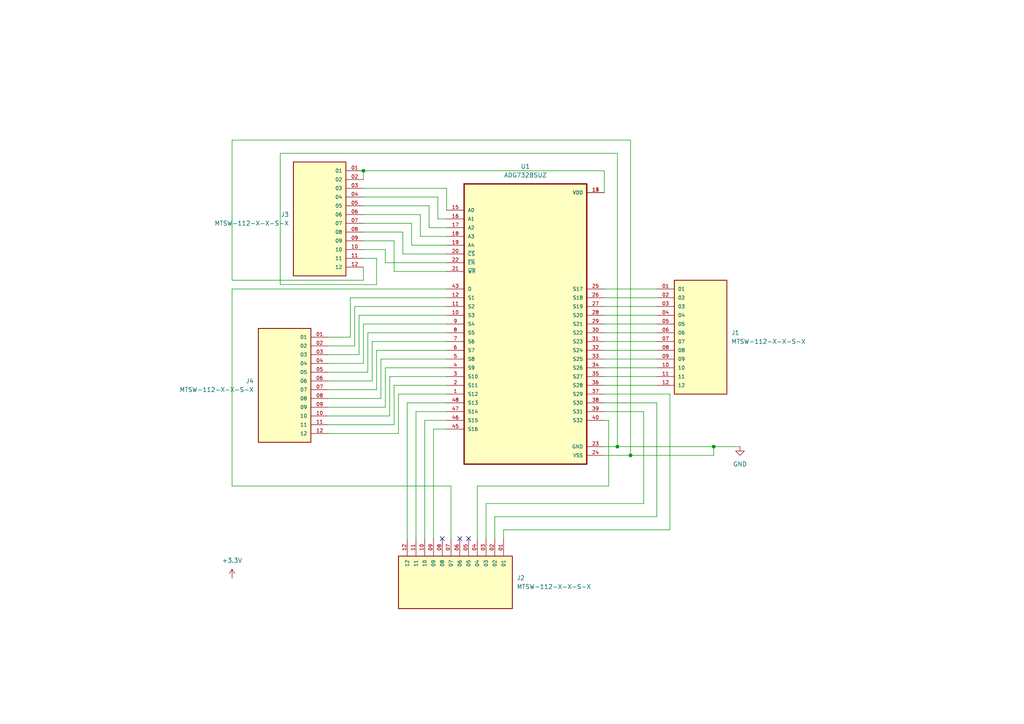
<source format=kicad_sch>
(kicad_sch
	(version 20231120)
	(generator "eeschema")
	(generator_version "8.0")
	(uuid "8252c105-4e65-48cb-b9cf-51444082a8af")
	(paper "A4")
	(lib_symbols
		(symbol "ADG732BSUZ:ADG732BSUZ"
			(pin_names
				(offset 1.016)
			)
			(exclude_from_sim no)
			(in_bom yes)
			(on_board yes)
			(property "Reference" "U"
				(at -17.7896 41.6611 0)
				(effects
					(font
						(size 1.27 1.27)
					)
					(justify left bottom)
				)
			)
			(property "Value" "ADG732BSUZ"
				(at -17.7934 -44.6716 0)
				(effects
					(font
						(size 1.27 1.27)
					)
					(justify left bottom)
				)
			)
			(property "Footprint" "ADG732BSUZ:QFP50P900X900X120-49N"
				(at 0 0 0)
				(effects
					(font
						(size 1.27 1.27)
					)
					(justify bottom)
					(hide yes)
				)
			)
			(property "Datasheet" ""
				(at 0 0 0)
				(effects
					(font
						(size 1.27 1.27)
					)
					(hide yes)
				)
			)
			(property "Description" "Analog Multiplexer Single 32: 1 48-Pin TQFP Tray"
				(at 0 0 0)
				(effects
					(font
						(size 1.27 1.27)
					)
					(justify bottom)
					(hide yes)
				)
			)
			(property "MF" "Analog Devices"
				(at 0 0 0)
				(effects
					(font
						(size 1.27 1.27)
					)
					(justify bottom)
					(hide yes)
				)
			)
			(property "PACKAGE" "TQFP-48 Analog Devices"
				(at 0 0 0)
				(effects
					(font
						(size 1.27 1.27)
					)
					(justify bottom)
					(hide yes)
				)
			)
			(property "PRICE" "None"
				(at 0 0 0)
				(effects
					(font
						(size 1.27 1.27)
					)
					(justify bottom)
					(hide yes)
				)
			)
			(property "Package" "TQFP -48 Analog Devices"
				(at 0 0 0)
				(effects
					(font
						(size 1.27 1.27)
					)
					(justify bottom)
					(hide yes)
				)
			)
			(property "Check_prices" "https://www.snapeda.com/parts/ADG732BSUZ/Analog+Devices/view-part/?ref=eda"
				(at 0 0 0)
				(effects
					(font
						(size 1.27 1.27)
					)
					(justify bottom)
					(hide yes)
				)
			)
			(property "STANDARD" "IPC7351B"
				(at 0 0 0)
				(effects
					(font
						(size 1.27 1.27)
					)
					(justify bottom)
					(hide yes)
				)
			)
			(property "SnapEDA_Link" "https://www.snapeda.com/parts/ADG732BSUZ/Analog+Devices/view-part/?ref=snap"
				(at 0 0 0)
				(effects
					(font
						(size 1.27 1.27)
					)
					(justify bottom)
					(hide yes)
				)
			)
			(property "MP" "ADG732BSUZ"
				(at 0 0 0)
				(effects
					(font
						(size 1.27 1.27)
					)
					(justify bottom)
					(hide yes)
				)
			)
			(property "Availability" "In Stock"
				(at 0 0 0)
				(effects
					(font
						(size 1.27 1.27)
					)
					(justify bottom)
					(hide yes)
				)
			)
			(property "Price" "None"
				(at 0 0 0)
				(effects
					(font
						(size 1.27 1.27)
					)
					(justify bottom)
					(hide yes)
				)
			)
			(property "Description_1" "\n                        \n                            32-Channel, 4 Ω 1.8 V to 5.5 V, ±2.5 V, Analog Multiplexer\n                        \n"
				(at 0 0 0)
				(effects
					(font
						(size 1.27 1.27)
					)
					(justify bottom)
					(hide yes)
				)
			)
			(symbol "ADG732BSUZ_0_0"
				(rectangle
					(start -17.78 -40.64)
					(end 17.78 40.64)
					(stroke
						(width 0.41)
						(type default)
					)
					(fill
						(type background)
					)
				)
				(pin bidirectional line
					(at -22.86 -20.32 0)
					(length 5.08)
					(name "S12"
						(effects
							(font
								(size 1.016 1.016)
							)
						)
					)
					(number "1"
						(effects
							(font
								(size 1.016 1.016)
							)
						)
					)
				)
				(pin bidirectional line
					(at -22.86 2.54 0)
					(length 5.08)
					(name "S3"
						(effects
							(font
								(size 1.016 1.016)
							)
						)
					)
					(number "10"
						(effects
							(font
								(size 1.016 1.016)
							)
						)
					)
				)
				(pin bidirectional line
					(at -22.86 5.08 0)
					(length 5.08)
					(name "S2"
						(effects
							(font
								(size 1.016 1.016)
							)
						)
					)
					(number "11"
						(effects
							(font
								(size 1.016 1.016)
							)
						)
					)
				)
				(pin bidirectional line
					(at -22.86 7.62 0)
					(length 5.08)
					(name "S1"
						(effects
							(font
								(size 1.016 1.016)
							)
						)
					)
					(number "12"
						(effects
							(font
								(size 1.016 1.016)
							)
						)
					)
				)
				(pin power_in line
					(at 22.86 38.1 180)
					(length 5.08)
					(name "VDD"
						(effects
							(font
								(size 1.016 1.016)
							)
						)
					)
					(number "13"
						(effects
							(font
								(size 1.016 1.016)
							)
						)
					)
				)
				(pin power_in line
					(at 22.86 38.1 180)
					(length 5.08)
					(name "VDD"
						(effects
							(font
								(size 1.016 1.016)
							)
						)
					)
					(number "14"
						(effects
							(font
								(size 1.016 1.016)
							)
						)
					)
				)
				(pin input line
					(at -22.86 33.02 0)
					(length 5.08)
					(name "A0"
						(effects
							(font
								(size 1.016 1.016)
							)
						)
					)
					(number "15"
						(effects
							(font
								(size 1.016 1.016)
							)
						)
					)
				)
				(pin input line
					(at -22.86 30.48 0)
					(length 5.08)
					(name "A1"
						(effects
							(font
								(size 1.016 1.016)
							)
						)
					)
					(number "16"
						(effects
							(font
								(size 1.016 1.016)
							)
						)
					)
				)
				(pin input line
					(at -22.86 27.94 0)
					(length 5.08)
					(name "A2"
						(effects
							(font
								(size 1.016 1.016)
							)
						)
					)
					(number "17"
						(effects
							(font
								(size 1.016 1.016)
							)
						)
					)
				)
				(pin input line
					(at -22.86 25.4 0)
					(length 5.08)
					(name "A3"
						(effects
							(font
								(size 1.016 1.016)
							)
						)
					)
					(number "18"
						(effects
							(font
								(size 1.016 1.016)
							)
						)
					)
				)
				(pin input line
					(at -22.86 22.86 0)
					(length 5.08)
					(name "A4"
						(effects
							(font
								(size 1.016 1.016)
							)
						)
					)
					(number "19"
						(effects
							(font
								(size 1.016 1.016)
							)
						)
					)
				)
				(pin bidirectional line
					(at -22.86 -17.78 0)
					(length 5.08)
					(name "S11"
						(effects
							(font
								(size 1.016 1.016)
							)
						)
					)
					(number "2"
						(effects
							(font
								(size 1.016 1.016)
							)
						)
					)
				)
				(pin input line
					(at -22.86 20.32 0)
					(length 5.08)
					(name "~{CS}"
						(effects
							(font
								(size 1.016 1.016)
							)
						)
					)
					(number "20"
						(effects
							(font
								(size 1.016 1.016)
							)
						)
					)
				)
				(pin input line
					(at -22.86 15.24 0)
					(length 5.08)
					(name "~{WR}"
						(effects
							(font
								(size 1.016 1.016)
							)
						)
					)
					(number "21"
						(effects
							(font
								(size 1.016 1.016)
							)
						)
					)
				)
				(pin input line
					(at -22.86 17.78 0)
					(length 5.08)
					(name "~{EN}"
						(effects
							(font
								(size 1.016 1.016)
							)
						)
					)
					(number "22"
						(effects
							(font
								(size 1.016 1.016)
							)
						)
					)
				)
				(pin power_in line
					(at 22.86 -35.56 180)
					(length 5.08)
					(name "GND"
						(effects
							(font
								(size 1.016 1.016)
							)
						)
					)
					(number "23"
						(effects
							(font
								(size 1.016 1.016)
							)
						)
					)
				)
				(pin power_in line
					(at 22.86 -38.1 180)
					(length 5.08)
					(name "VSS"
						(effects
							(font
								(size 1.016 1.016)
							)
						)
					)
					(number "24"
						(effects
							(font
								(size 1.016 1.016)
							)
						)
					)
				)
				(pin bidirectional line
					(at 22.86 10.16 180)
					(length 5.08)
					(name "S17"
						(effects
							(font
								(size 1.016 1.016)
							)
						)
					)
					(number "25"
						(effects
							(font
								(size 1.016 1.016)
							)
						)
					)
				)
				(pin bidirectional line
					(at 22.86 7.62 180)
					(length 5.08)
					(name "S18"
						(effects
							(font
								(size 1.016 1.016)
							)
						)
					)
					(number "26"
						(effects
							(font
								(size 1.016 1.016)
							)
						)
					)
				)
				(pin bidirectional line
					(at 22.86 5.08 180)
					(length 5.08)
					(name "S19"
						(effects
							(font
								(size 1.016 1.016)
							)
						)
					)
					(number "27"
						(effects
							(font
								(size 1.016 1.016)
							)
						)
					)
				)
				(pin bidirectional line
					(at 22.86 2.54 180)
					(length 5.08)
					(name "S20"
						(effects
							(font
								(size 1.016 1.016)
							)
						)
					)
					(number "28"
						(effects
							(font
								(size 1.016 1.016)
							)
						)
					)
				)
				(pin bidirectional line
					(at 22.86 0 180)
					(length 5.08)
					(name "S21"
						(effects
							(font
								(size 1.016 1.016)
							)
						)
					)
					(number "29"
						(effects
							(font
								(size 1.016 1.016)
							)
						)
					)
				)
				(pin bidirectional line
					(at -22.86 -15.24 0)
					(length 5.08)
					(name "S10"
						(effects
							(font
								(size 1.016 1.016)
							)
						)
					)
					(number "3"
						(effects
							(font
								(size 1.016 1.016)
							)
						)
					)
				)
				(pin bidirectional line
					(at 22.86 -2.54 180)
					(length 5.08)
					(name "S22"
						(effects
							(font
								(size 1.016 1.016)
							)
						)
					)
					(number "30"
						(effects
							(font
								(size 1.016 1.016)
							)
						)
					)
				)
				(pin bidirectional line
					(at 22.86 -5.08 180)
					(length 5.08)
					(name "S23"
						(effects
							(font
								(size 1.016 1.016)
							)
						)
					)
					(number "31"
						(effects
							(font
								(size 1.016 1.016)
							)
						)
					)
				)
				(pin bidirectional line
					(at 22.86 -7.62 180)
					(length 5.08)
					(name "S24"
						(effects
							(font
								(size 1.016 1.016)
							)
						)
					)
					(number "32"
						(effects
							(font
								(size 1.016 1.016)
							)
						)
					)
				)
				(pin bidirectional line
					(at 22.86 -10.16 180)
					(length 5.08)
					(name "S25"
						(effects
							(font
								(size 1.016 1.016)
							)
						)
					)
					(number "33"
						(effects
							(font
								(size 1.016 1.016)
							)
						)
					)
				)
				(pin bidirectional line
					(at 22.86 -12.7 180)
					(length 5.08)
					(name "S26"
						(effects
							(font
								(size 1.016 1.016)
							)
						)
					)
					(number "34"
						(effects
							(font
								(size 1.016 1.016)
							)
						)
					)
				)
				(pin bidirectional line
					(at 22.86 -15.24 180)
					(length 5.08)
					(name "S27"
						(effects
							(font
								(size 1.016 1.016)
							)
						)
					)
					(number "35"
						(effects
							(font
								(size 1.016 1.016)
							)
						)
					)
				)
				(pin bidirectional line
					(at 22.86 -17.78 180)
					(length 5.08)
					(name "S28"
						(effects
							(font
								(size 1.016 1.016)
							)
						)
					)
					(number "36"
						(effects
							(font
								(size 1.016 1.016)
							)
						)
					)
				)
				(pin bidirectional line
					(at 22.86 -20.32 180)
					(length 5.08)
					(name "S29"
						(effects
							(font
								(size 1.016 1.016)
							)
						)
					)
					(number "37"
						(effects
							(font
								(size 1.016 1.016)
							)
						)
					)
				)
				(pin bidirectional line
					(at 22.86 -22.86 180)
					(length 5.08)
					(name "S30"
						(effects
							(font
								(size 1.016 1.016)
							)
						)
					)
					(number "38"
						(effects
							(font
								(size 1.016 1.016)
							)
						)
					)
				)
				(pin bidirectional line
					(at 22.86 -25.4 180)
					(length 5.08)
					(name "S31"
						(effects
							(font
								(size 1.016 1.016)
							)
						)
					)
					(number "39"
						(effects
							(font
								(size 1.016 1.016)
							)
						)
					)
				)
				(pin bidirectional line
					(at -22.86 -12.7 0)
					(length 5.08)
					(name "S9"
						(effects
							(font
								(size 1.016 1.016)
							)
						)
					)
					(number "4"
						(effects
							(font
								(size 1.016 1.016)
							)
						)
					)
				)
				(pin bidirectional line
					(at 22.86 -27.94 180)
					(length 5.08)
					(name "S32"
						(effects
							(font
								(size 1.016 1.016)
							)
						)
					)
					(number "40"
						(effects
							(font
								(size 1.016 1.016)
							)
						)
					)
				)
				(pin bidirectional line
					(at -22.86 10.16 0)
					(length 5.08)
					(name "D"
						(effects
							(font
								(size 1.016 1.016)
							)
						)
					)
					(number "43"
						(effects
							(font
								(size 1.016 1.016)
							)
						)
					)
				)
				(pin bidirectional line
					(at -22.86 -30.48 0)
					(length 5.08)
					(name "S16"
						(effects
							(font
								(size 1.016 1.016)
							)
						)
					)
					(number "45"
						(effects
							(font
								(size 1.016 1.016)
							)
						)
					)
				)
				(pin bidirectional line
					(at -22.86 -27.94 0)
					(length 5.08)
					(name "S15"
						(effects
							(font
								(size 1.016 1.016)
							)
						)
					)
					(number "46"
						(effects
							(font
								(size 1.016 1.016)
							)
						)
					)
				)
				(pin bidirectional line
					(at -22.86 -25.4 0)
					(length 5.08)
					(name "S14"
						(effects
							(font
								(size 1.016 1.016)
							)
						)
					)
					(number "47"
						(effects
							(font
								(size 1.016 1.016)
							)
						)
					)
				)
				(pin bidirectional line
					(at -22.86 -22.86 0)
					(length 5.08)
					(name "S13"
						(effects
							(font
								(size 1.016 1.016)
							)
						)
					)
					(number "48"
						(effects
							(font
								(size 1.016 1.016)
							)
						)
					)
				)
				(pin bidirectional line
					(at -22.86 -10.16 0)
					(length 5.08)
					(name "S8"
						(effects
							(font
								(size 1.016 1.016)
							)
						)
					)
					(number "5"
						(effects
							(font
								(size 1.016 1.016)
							)
						)
					)
				)
				(pin bidirectional line
					(at -22.86 -7.62 0)
					(length 5.08)
					(name "S7"
						(effects
							(font
								(size 1.016 1.016)
							)
						)
					)
					(number "6"
						(effects
							(font
								(size 1.016 1.016)
							)
						)
					)
				)
				(pin bidirectional line
					(at -22.86 -5.08 0)
					(length 5.08)
					(name "S6"
						(effects
							(font
								(size 1.016 1.016)
							)
						)
					)
					(number "7"
						(effects
							(font
								(size 1.016 1.016)
							)
						)
					)
				)
				(pin bidirectional line
					(at -22.86 -2.54 0)
					(length 5.08)
					(name "S5"
						(effects
							(font
								(size 1.016 1.016)
							)
						)
					)
					(number "8"
						(effects
							(font
								(size 1.016 1.016)
							)
						)
					)
				)
				(pin bidirectional line
					(at -22.86 0 0)
					(length 5.08)
					(name "S4"
						(effects
							(font
								(size 1.016 1.016)
							)
						)
					)
					(number "9"
						(effects
							(font
								(size 1.016 1.016)
							)
						)
					)
				)
			)
		)
		(symbol "MTSW-112-X-X-S-X:MTSW-112-X-X-S-X"
			(pin_names
				(offset 1.016)
			)
			(exclude_from_sim no)
			(in_bom yes)
			(on_board yes)
			(property "Reference" "J"
				(at -8.12 17.78 0)
				(effects
					(font
						(size 1.27 1.27)
					)
					(justify left bottom)
				)
			)
			(property "Value" "MTSW-112-X-X-S-X"
				(at -7.62 -17.78 0)
				(effects
					(font
						(size 1.27 1.27)
					)
					(justify left bottom)
				)
			)
			(property "Footprint" "MTSW-112-X-X-S-X:SAMTEC_MTSW-112-X-X-S-X"
				(at 0 0 0)
				(effects
					(font
						(size 1.27 1.27)
					)
					(justify bottom)
					(hide yes)
				)
			)
			(property "Datasheet" ""
				(at 0 0 0)
				(effects
					(font
						(size 1.27 1.27)
					)
					(hide yes)
				)
			)
			(property "Description" ""
				(at 0 0 0)
				(effects
					(font
						(size 1.27 1.27)
					)
					(hide yes)
				)
			)
			(property "MF" "Samtec"
				(at 0 0 0)
				(effects
					(font
						(size 1.27 1.27)
					)
					(justify bottom)
					(hide yes)
				)
			)
			(property "Description_1" "\n                        \n                            CONN HEADER VERT 12POS 2.54MM\n                        \n"
				(at 0 0 0)
				(effects
					(font
						(size 1.27 1.27)
					)
					(justify bottom)
					(hide yes)
				)
			)
			(property "Package" "None"
				(at 0 0 0)
				(effects
					(font
						(size 1.27 1.27)
					)
					(justify bottom)
					(hide yes)
				)
			)
			(property "Price" "None"
				(at 0 0 0)
				(effects
					(font
						(size 1.27 1.27)
					)
					(justify bottom)
					(hide yes)
				)
			)
			(property "Check_prices" "https://www.snapeda.com/parts/MTSW-112-22-S-S-405/Samtec/view-part/?ref=eda"
				(at 0 0 0)
				(effects
					(font
						(size 1.27 1.27)
					)
					(justify bottom)
					(hide yes)
				)
			)
			(property "STANDARD" "Manufacturer Recommendations"
				(at 0 0 0)
				(effects
					(font
						(size 1.27 1.27)
					)
					(justify bottom)
					(hide yes)
				)
			)
			(property "PARTREV" "A"
				(at 0 0 0)
				(effects
					(font
						(size 1.27 1.27)
					)
					(justify bottom)
					(hide yes)
				)
			)
			(property "SnapEDA_Link" "https://www.snapeda.com/parts/MTSW-112-22-S-S-405/Samtec/view-part/?ref=snap"
				(at 0 0 0)
				(effects
					(font
						(size 1.27 1.27)
					)
					(justify bottom)
					(hide yes)
				)
			)
			(property "MP" "MTSW-112-22-S-S-405"
				(at 0 0 0)
				(effects
					(font
						(size 1.27 1.27)
					)
					(justify bottom)
					(hide yes)
				)
			)
			(property "Availability" "In Stock"
				(at 0 0 0)
				(effects
					(font
						(size 1.27 1.27)
					)
					(justify bottom)
					(hide yes)
				)
			)
			(property "MANUFACTURER" "Samtec"
				(at 0 0 0)
				(effects
					(font
						(size 1.27 1.27)
					)
					(justify bottom)
					(hide yes)
				)
			)
			(symbol "MTSW-112-X-X-S-X_0_0"
				(rectangle
					(start -7.62 -15.24)
					(end 7.62 17.78)
					(stroke
						(width 0.254)
						(type default)
					)
					(fill
						(type background)
					)
				)
				(pin passive line
					(at -12.7 15.24 0)
					(length 5.08)
					(name "01"
						(effects
							(font
								(size 1.016 1.016)
							)
						)
					)
					(number "01"
						(effects
							(font
								(size 1.016 1.016)
							)
						)
					)
				)
				(pin passive line
					(at -12.7 12.7 0)
					(length 5.08)
					(name "02"
						(effects
							(font
								(size 1.016 1.016)
							)
						)
					)
					(number "02"
						(effects
							(font
								(size 1.016 1.016)
							)
						)
					)
				)
				(pin passive line
					(at -12.7 10.16 0)
					(length 5.08)
					(name "03"
						(effects
							(font
								(size 1.016 1.016)
							)
						)
					)
					(number "03"
						(effects
							(font
								(size 1.016 1.016)
							)
						)
					)
				)
				(pin passive line
					(at -12.7 7.62 0)
					(length 5.08)
					(name "04"
						(effects
							(font
								(size 1.016 1.016)
							)
						)
					)
					(number "04"
						(effects
							(font
								(size 1.016 1.016)
							)
						)
					)
				)
				(pin passive line
					(at -12.7 5.08 0)
					(length 5.08)
					(name "05"
						(effects
							(font
								(size 1.016 1.016)
							)
						)
					)
					(number "05"
						(effects
							(font
								(size 1.016 1.016)
							)
						)
					)
				)
				(pin passive line
					(at -12.7 2.54 0)
					(length 5.08)
					(name "06"
						(effects
							(font
								(size 1.016 1.016)
							)
						)
					)
					(number "06"
						(effects
							(font
								(size 1.016 1.016)
							)
						)
					)
				)
				(pin passive line
					(at -12.7 0 0)
					(length 5.08)
					(name "07"
						(effects
							(font
								(size 1.016 1.016)
							)
						)
					)
					(number "07"
						(effects
							(font
								(size 1.016 1.016)
							)
						)
					)
				)
				(pin passive line
					(at -12.7 -2.54 0)
					(length 5.08)
					(name "08"
						(effects
							(font
								(size 1.016 1.016)
							)
						)
					)
					(number "08"
						(effects
							(font
								(size 1.016 1.016)
							)
						)
					)
				)
				(pin passive line
					(at -12.7 -5.08 0)
					(length 5.08)
					(name "09"
						(effects
							(font
								(size 1.016 1.016)
							)
						)
					)
					(number "09"
						(effects
							(font
								(size 1.016 1.016)
							)
						)
					)
				)
				(pin passive line
					(at -12.7 -7.62 0)
					(length 5.08)
					(name "10"
						(effects
							(font
								(size 1.016 1.016)
							)
						)
					)
					(number "10"
						(effects
							(font
								(size 1.016 1.016)
							)
						)
					)
				)
				(pin passive line
					(at -12.7 -10.16 0)
					(length 5.08)
					(name "11"
						(effects
							(font
								(size 1.016 1.016)
							)
						)
					)
					(number "11"
						(effects
							(font
								(size 1.016 1.016)
							)
						)
					)
				)
				(pin passive line
					(at -12.7 -12.7 0)
					(length 5.08)
					(name "12"
						(effects
							(font
								(size 1.016 1.016)
							)
						)
					)
					(number "12"
						(effects
							(font
								(size 1.016 1.016)
							)
						)
					)
				)
			)
		)
		(symbol "power:+3.3V"
			(power)
			(pin_numbers hide)
			(pin_names
				(offset 0) hide)
			(exclude_from_sim no)
			(in_bom yes)
			(on_board yes)
			(property "Reference" "#PWR"
				(at 0 -3.81 0)
				(effects
					(font
						(size 1.27 1.27)
					)
					(hide yes)
				)
			)
			(property "Value" "+3.3V"
				(at 0 3.556 0)
				(effects
					(font
						(size 1.27 1.27)
					)
				)
			)
			(property "Footprint" ""
				(at 0 0 0)
				(effects
					(font
						(size 1.27 1.27)
					)
					(hide yes)
				)
			)
			(property "Datasheet" ""
				(at 0 0 0)
				(effects
					(font
						(size 1.27 1.27)
					)
					(hide yes)
				)
			)
			(property "Description" "Power symbol creates a global label with name \"+3.3V\""
				(at 0 0 0)
				(effects
					(font
						(size 1.27 1.27)
					)
					(hide yes)
				)
			)
			(property "ki_keywords" "global power"
				(at 0 0 0)
				(effects
					(font
						(size 1.27 1.27)
					)
					(hide yes)
				)
			)
			(symbol "+3.3V_0_1"
				(polyline
					(pts
						(xy -0.762 1.27) (xy 0 2.54)
					)
					(stroke
						(width 0)
						(type default)
					)
					(fill
						(type none)
					)
				)
				(polyline
					(pts
						(xy 0 0) (xy 0 2.54)
					)
					(stroke
						(width 0)
						(type default)
					)
					(fill
						(type none)
					)
				)
				(polyline
					(pts
						(xy 0 2.54) (xy 0.762 1.27)
					)
					(stroke
						(width 0)
						(type default)
					)
					(fill
						(type none)
					)
				)
			)
			(symbol "+3.3V_1_1"
				(pin power_in line
					(at 0 0 90)
					(length 0)
					(name "~"
						(effects
							(font
								(size 1.27 1.27)
							)
						)
					)
					(number "1"
						(effects
							(font
								(size 1.27 1.27)
							)
						)
					)
				)
			)
		)
		(symbol "power:GND"
			(power)
			(pin_numbers hide)
			(pin_names
				(offset 0) hide)
			(exclude_from_sim no)
			(in_bom yes)
			(on_board yes)
			(property "Reference" "#PWR"
				(at 0 -6.35 0)
				(effects
					(font
						(size 1.27 1.27)
					)
					(hide yes)
				)
			)
			(property "Value" "GND"
				(at 0 -3.81 0)
				(effects
					(font
						(size 1.27 1.27)
					)
				)
			)
			(property "Footprint" ""
				(at 0 0 0)
				(effects
					(font
						(size 1.27 1.27)
					)
					(hide yes)
				)
			)
			(property "Datasheet" ""
				(at 0 0 0)
				(effects
					(font
						(size 1.27 1.27)
					)
					(hide yes)
				)
			)
			(property "Description" "Power symbol creates a global label with name \"GND\" , ground"
				(at 0 0 0)
				(effects
					(font
						(size 1.27 1.27)
					)
					(hide yes)
				)
			)
			(property "ki_keywords" "global power"
				(at 0 0 0)
				(effects
					(font
						(size 1.27 1.27)
					)
					(hide yes)
				)
			)
			(symbol "GND_0_1"
				(polyline
					(pts
						(xy 0 0) (xy 0 -1.27) (xy 1.27 -1.27) (xy 0 -2.54) (xy -1.27 -1.27) (xy 0 -1.27)
					)
					(stroke
						(width 0)
						(type default)
					)
					(fill
						(type none)
					)
				)
			)
			(symbol "GND_1_1"
				(pin power_in line
					(at 0 0 270)
					(length 0)
					(name "~"
						(effects
							(font
								(size 1.27 1.27)
							)
						)
					)
					(number "1"
						(effects
							(font
								(size 1.27 1.27)
							)
						)
					)
				)
			)
		)
	)
	(junction
		(at 105.41 49.53)
		(diameter 0)
		(color 0 0 0 0)
		(uuid "031eae18-9c47-409d-9ca4-4dd907a519fc")
	)
	(junction
		(at 207.01 129.54)
		(diameter 0)
		(color 0 0 0 0)
		(uuid "1c1892db-b1bd-4f4d-9e0f-946936386107")
	)
	(junction
		(at 179.07 129.54)
		(diameter 0)
		(color 0 0 0 0)
		(uuid "925ce7ed-9617-4c98-993a-2a31b0d344e7")
	)
	(junction
		(at 182.88 132.08)
		(diameter 0)
		(color 0 0 0 0)
		(uuid "dc423515-c95d-48ce-8c42-77fe8488b51a")
	)
	(no_connect
		(at 128.27 156.21)
		(uuid "0f3129b4-d7dd-4f41-893e-3b7a3ba948bf")
	)
	(no_connect
		(at 133.35 156.21)
		(uuid "1ab12081-4df0-45a8-a656-69d9311de235")
	)
	(no_connect
		(at 135.89 156.21)
		(uuid "2900d18e-d8be-45ff-9228-8c8158958ec9")
	)
	(wire
		(pts
			(xy 175.26 91.44) (xy 190.5 91.44)
		)
		(stroke
			(width 0)
			(type default)
		)
		(uuid "012b9763-1e4b-4acb-8dd2-1f737ff7bad1")
	)
	(wire
		(pts
			(xy 182.88 132.08) (xy 207.01 132.08)
		)
		(stroke
			(width 0)
			(type default)
		)
		(uuid "01bf585a-65fd-4215-8227-d7a8d71e4914")
	)
	(wire
		(pts
			(xy 129.54 96.52) (xy 106.68 96.52)
		)
		(stroke
			(width 0)
			(type default)
		)
		(uuid "03254940-d0b1-438d-ac97-998c712d48b5")
	)
	(wire
		(pts
			(xy 175.26 83.82) (xy 190.5 83.82)
		)
		(stroke
			(width 0)
			(type default)
		)
		(uuid "04251ce8-5384-4f1f-b366-82398568f766")
	)
	(wire
		(pts
			(xy 102.87 100.33) (xy 95.25 100.33)
		)
		(stroke
			(width 0)
			(type default)
		)
		(uuid "05aa8c1c-4dba-45e4-b99e-69e559755fe1")
	)
	(wire
		(pts
			(xy 67.31 40.64) (xy 67.31 81.28)
		)
		(stroke
			(width 0)
			(type default)
		)
		(uuid "0c7ad28d-f920-49f8-8676-9ea36e1cffa7")
	)
	(wire
		(pts
			(xy 119.38 64.77) (xy 105.41 64.77)
		)
		(stroke
			(width 0)
			(type default)
		)
		(uuid "1206025e-6bbf-4ded-b156-191e79abb632")
	)
	(wire
		(pts
			(xy 138.43 140.97) (xy 176.53 140.97)
		)
		(stroke
			(width 0)
			(type default)
		)
		(uuid "1396df1a-cafd-4aa3-bac3-ebeff626e236")
	)
	(wire
		(pts
			(xy 175.26 49.53) (xy 105.41 49.53)
		)
		(stroke
			(width 0)
			(type default)
		)
		(uuid "15b9a370-a060-40e1-a354-70d8aec11732")
	)
	(wire
		(pts
			(xy 143.51 149.86) (xy 143.51 156.21)
		)
		(stroke
			(width 0)
			(type default)
		)
		(uuid "1bba89f0-efe7-47b5-aebd-d51f874e615b")
	)
	(wire
		(pts
			(xy 129.54 91.44) (xy 104.14 91.44)
		)
		(stroke
			(width 0)
			(type default)
		)
		(uuid "1bdc5115-7120-4c8a-812b-0e9d9c8933ba")
	)
	(wire
		(pts
			(xy 110.49 104.14) (xy 110.49 115.57)
		)
		(stroke
			(width 0)
			(type default)
		)
		(uuid "1e2b8e58-a89f-4410-a25a-63e1366d04cb")
	)
	(wire
		(pts
			(xy 194.31 114.3) (xy 194.31 153.67)
		)
		(stroke
			(width 0)
			(type default)
		)
		(uuid "222e06c0-b84d-4a29-a344-3c4f6d712fc4")
	)
	(wire
		(pts
			(xy 101.6 97.79) (xy 95.25 97.79)
		)
		(stroke
			(width 0)
			(type default)
		)
		(uuid "236a6c3d-777c-4ae4-8ed4-e1925ac5732e")
	)
	(wire
		(pts
			(xy 113.03 120.65) (xy 95.25 120.65)
		)
		(stroke
			(width 0)
			(type default)
		)
		(uuid "254a52cc-575d-491b-9f30-e352cb045ace")
	)
	(wire
		(pts
			(xy 175.26 96.52) (xy 190.5 96.52)
		)
		(stroke
			(width 0)
			(type default)
		)
		(uuid "25b6826b-0826-4751-802f-df1c0ae7899b")
	)
	(wire
		(pts
			(xy 194.31 153.67) (xy 146.05 153.67)
		)
		(stroke
			(width 0)
			(type default)
		)
		(uuid "261c5927-0bee-4214-aa71-0c7f3b8b9a61")
	)
	(wire
		(pts
			(xy 125.73 124.46) (xy 125.73 156.21)
		)
		(stroke
			(width 0)
			(type default)
		)
		(uuid "2735feeb-04c5-4ca2-af51-a03af3cea796")
	)
	(wire
		(pts
			(xy 182.88 40.64) (xy 67.31 40.64)
		)
		(stroke
			(width 0)
			(type default)
		)
		(uuid "2bfc5712-1875-4ab2-adf3-f78817b123a3")
	)
	(wire
		(pts
			(xy 179.07 129.54) (xy 175.26 129.54)
		)
		(stroke
			(width 0)
			(type default)
		)
		(uuid "342f5a14-aa45-423e-8737-4874a05a6895")
	)
	(wire
		(pts
			(xy 175.26 106.68) (xy 190.5 106.68)
		)
		(stroke
			(width 0)
			(type default)
		)
		(uuid "35f4adba-b190-441e-a8ec-431845422aae")
	)
	(wire
		(pts
			(xy 115.57 125.73) (xy 95.25 125.73)
		)
		(stroke
			(width 0)
			(type default)
		)
		(uuid "390dc3bf-f048-465e-a515-b03c61fe8d48")
	)
	(wire
		(pts
			(xy 175.26 114.3) (xy 194.31 114.3)
		)
		(stroke
			(width 0)
			(type default)
		)
		(uuid "3b7187fc-8a17-42ac-8f25-b708357e4bb8")
	)
	(wire
		(pts
			(xy 129.54 104.14) (xy 110.49 104.14)
		)
		(stroke
			(width 0)
			(type default)
		)
		(uuid "3be0686e-7ba3-4355-96fe-cef2e21fe1a1")
	)
	(wire
		(pts
			(xy 105.41 77.47) (xy 105.41 81.28)
		)
		(stroke
			(width 0)
			(type default)
		)
		(uuid "3c707081-8eca-4e43-896e-06cc8bcc86d4")
	)
	(wire
		(pts
			(xy 129.54 76.2) (xy 111.76 76.2)
		)
		(stroke
			(width 0)
			(type default)
		)
		(uuid "3da0fca0-3a6a-4edc-a2cc-d4e56a2f5226")
	)
	(wire
		(pts
			(xy 129.54 93.98) (xy 105.41 93.98)
		)
		(stroke
			(width 0)
			(type default)
		)
		(uuid "42df580d-76fe-4189-8623-5c57c156515a")
	)
	(wire
		(pts
			(xy 175.26 101.6) (xy 190.5 101.6)
		)
		(stroke
			(width 0)
			(type default)
		)
		(uuid "43a6e7b6-4518-4544-9e7f-23322004fb0d")
	)
	(wire
		(pts
			(xy 67.31 140.97) (xy 130.81 140.97)
		)
		(stroke
			(width 0)
			(type default)
		)
		(uuid "46d2cbc2-9417-4e10-8a00-19dd50a052a7")
	)
	(wire
		(pts
			(xy 119.38 71.12) (xy 119.38 64.77)
		)
		(stroke
			(width 0)
			(type default)
		)
		(uuid "486df1c9-2f87-48cb-bc61-72ec56e3c0dc")
	)
	(wire
		(pts
			(xy 121.92 68.58) (xy 121.92 62.23)
		)
		(stroke
			(width 0)
			(type default)
		)
		(uuid "4959d148-44a4-4221-b16d-2da72e8bec38")
	)
	(wire
		(pts
			(xy 190.5 116.84) (xy 190.5 149.86)
		)
		(stroke
			(width 0)
			(type default)
		)
		(uuid "4cf09fa7-42a3-4846-a8f7-ccaa01d15de8")
	)
	(wire
		(pts
			(xy 114.3 78.74) (xy 114.3 69.85)
		)
		(stroke
			(width 0)
			(type default)
		)
		(uuid "4f24b482-6fa8-4031-8d10-27bb7a363e1f")
	)
	(wire
		(pts
			(xy 111.76 76.2) (xy 111.76 72.39)
		)
		(stroke
			(width 0)
			(type default)
		)
		(uuid "4ff654c6-bcb1-461b-87e0-998881b9fb2c")
	)
	(wire
		(pts
			(xy 207.01 129.54) (xy 214.63 129.54)
		)
		(stroke
			(width 0)
			(type default)
		)
		(uuid "50210bfb-fe55-47cc-ac22-74ad7faff06d")
	)
	(wire
		(pts
			(xy 175.26 109.22) (xy 190.5 109.22)
		)
		(stroke
			(width 0)
			(type default)
		)
		(uuid "5165102e-cd45-4323-8495-424e03ac6d96")
	)
	(wire
		(pts
			(xy 129.54 86.36) (xy 101.6 86.36)
		)
		(stroke
			(width 0)
			(type default)
		)
		(uuid "5337f0c4-e25b-4197-96e6-378188a003c4")
	)
	(wire
		(pts
			(xy 106.68 96.52) (xy 106.68 107.95)
		)
		(stroke
			(width 0)
			(type default)
		)
		(uuid "5800493a-aa10-4782-9051-beb9b18cb8b6")
	)
	(wire
		(pts
			(xy 175.26 132.08) (xy 182.88 132.08)
		)
		(stroke
			(width 0)
			(type default)
		)
		(uuid "5b288315-93fe-4077-b437-73d713ba3e69")
	)
	(wire
		(pts
			(xy 175.26 93.98) (xy 190.5 93.98)
		)
		(stroke
			(width 0)
			(type default)
		)
		(uuid "5e21d6c1-db12-4ef7-a94e-939357f5bb29")
	)
	(wire
		(pts
			(xy 109.22 113.03) (xy 95.25 113.03)
		)
		(stroke
			(width 0)
			(type default)
		)
		(uuid "6167eeeb-463a-448e-824c-a4d7ce80b7cb")
	)
	(wire
		(pts
			(xy 140.97 146.05) (xy 140.97 156.21)
		)
		(stroke
			(width 0)
			(type default)
		)
		(uuid "63612d09-0f95-400c-b76e-be28224c8310")
	)
	(wire
		(pts
			(xy 138.43 140.97) (xy 138.43 156.21)
		)
		(stroke
			(width 0)
			(type default)
		)
		(uuid "64fea28c-073c-4d08-b3a8-0fb83fa2927d")
	)
	(wire
		(pts
			(xy 129.54 116.84) (xy 118.11 116.84)
		)
		(stroke
			(width 0)
			(type default)
		)
		(uuid "67c1a92e-b1ab-4178-8006-51317263ef5d")
	)
	(wire
		(pts
			(xy 110.49 115.57) (xy 95.25 115.57)
		)
		(stroke
			(width 0)
			(type default)
		)
		(uuid "6b291713-abe1-4d26-a683-328430e41453")
	)
	(wire
		(pts
			(xy 129.54 78.74) (xy 114.3 78.74)
		)
		(stroke
			(width 0)
			(type default)
		)
		(uuid "6b686b46-038a-4052-ba48-49cb97c7f94a")
	)
	(wire
		(pts
			(xy 129.54 66.04) (xy 124.46 66.04)
		)
		(stroke
			(width 0)
			(type default)
		)
		(uuid "6bb1fa9b-e3b1-4e50-881c-6b6b51821289")
	)
	(wire
		(pts
			(xy 113.03 109.22) (xy 113.03 120.65)
		)
		(stroke
			(width 0)
			(type default)
		)
		(uuid "6c4f94f3-84ba-49e0-a7e2-9c162f36fce2")
	)
	(wire
		(pts
			(xy 129.54 68.58) (xy 121.92 68.58)
		)
		(stroke
			(width 0)
			(type default)
		)
		(uuid "6c9a0368-04e8-4ce3-8315-15c9bbac7934")
	)
	(wire
		(pts
			(xy 129.54 73.66) (xy 116.84 73.66)
		)
		(stroke
			(width 0)
			(type default)
		)
		(uuid "6f763eb9-e958-43c2-89c2-814ab1be92f6")
	)
	(wire
		(pts
			(xy 129.54 60.96) (xy 129.54 54.61)
		)
		(stroke
			(width 0)
			(type default)
		)
		(uuid "6f951d30-44d7-40bd-ab83-f505c547d29a")
	)
	(wire
		(pts
			(xy 175.26 119.38) (xy 186.69 119.38)
		)
		(stroke
			(width 0)
			(type default)
		)
		(uuid "706ff40f-ffe4-46da-952f-40f0b4956dcf")
	)
	(wire
		(pts
			(xy 102.87 88.9) (xy 102.87 100.33)
		)
		(stroke
			(width 0)
			(type default)
		)
		(uuid "70efb82a-bb95-4b42-8389-db3d9d1b6c8a")
	)
	(wire
		(pts
			(xy 175.26 55.88) (xy 175.26 49.53)
		)
		(stroke
			(width 0)
			(type default)
		)
		(uuid "765ee666-35a7-410d-a079-fc5edfef288f")
	)
	(wire
		(pts
			(xy 109.22 82.55) (xy 81.28 82.55)
		)
		(stroke
			(width 0)
			(type default)
		)
		(uuid "7712050a-7525-4ebb-ae61-4570ecfcb567")
	)
	(wire
		(pts
			(xy 105.41 74.93) (xy 109.22 74.93)
		)
		(stroke
			(width 0)
			(type default)
		)
		(uuid "78a96eb0-8e63-4726-8472-5c9d7d954572")
	)
	(wire
		(pts
			(xy 175.26 86.36) (xy 190.5 86.36)
		)
		(stroke
			(width 0)
			(type default)
		)
		(uuid "78c56b5f-c93e-4447-8688-2daac43e04f8")
	)
	(wire
		(pts
			(xy 124.46 66.04) (xy 124.46 59.69)
		)
		(stroke
			(width 0)
			(type default)
		)
		(uuid "7944a12e-d034-4573-8b6a-20fbf7e89e65")
	)
	(wire
		(pts
			(xy 127 57.15) (xy 105.41 57.15)
		)
		(stroke
			(width 0)
			(type default)
		)
		(uuid "7ac56511-5300-4cf8-965c-a78c4dc064ca")
	)
	(wire
		(pts
			(xy 123.19 121.92) (xy 123.19 156.21)
		)
		(stroke
			(width 0)
			(type default)
		)
		(uuid "7eb1416e-97bf-4b05-ae01-29f9e6409430")
	)
	(wire
		(pts
			(xy 81.28 82.55) (xy 81.28 44.45)
		)
		(stroke
			(width 0)
			(type default)
		)
		(uuid "80d37a37-9e92-43b9-87e2-dcdcfbef307c")
	)
	(wire
		(pts
			(xy 179.07 44.45) (xy 179.07 129.54)
		)
		(stroke
			(width 0)
			(type default)
		)
		(uuid "8161d782-899a-40e0-8add-003eca1e6fa4")
	)
	(wire
		(pts
			(xy 129.54 114.3) (xy 115.57 114.3)
		)
		(stroke
			(width 0)
			(type default)
		)
		(uuid "86ab3c23-8620-47dc-8c8b-f9fbcd91b32f")
	)
	(wire
		(pts
			(xy 105.41 72.39) (xy 111.76 72.39)
		)
		(stroke
			(width 0)
			(type default)
		)
		(uuid "880e0275-3280-4b22-81ab-8af5a26eeb79")
	)
	(wire
		(pts
			(xy 115.57 114.3) (xy 115.57 125.73)
		)
		(stroke
			(width 0)
			(type default)
		)
		(uuid "8a2000de-7260-49ef-825f-a7030f414048")
	)
	(wire
		(pts
			(xy 105.41 69.85) (xy 114.3 69.85)
		)
		(stroke
			(width 0)
			(type default)
		)
		(uuid "8b00515b-767d-4fba-bdd7-577619684a4f")
	)
	(wire
		(pts
			(xy 107.95 110.49) (xy 95.25 110.49)
		)
		(stroke
			(width 0)
			(type default)
		)
		(uuid "8c28e52a-b28f-4c35-adf7-a67c6bf53b93")
	)
	(wire
		(pts
			(xy 175.26 111.76) (xy 190.5 111.76)
		)
		(stroke
			(width 0)
			(type default)
		)
		(uuid "8d91e159-fc97-4b04-b6d7-58a474f125bd")
	)
	(wire
		(pts
			(xy 111.76 106.68) (xy 111.76 118.11)
		)
		(stroke
			(width 0)
			(type default)
		)
		(uuid "90ac0be4-4aea-452d-bbed-9922672d4991")
	)
	(wire
		(pts
			(xy 129.54 121.92) (xy 123.19 121.92)
		)
		(stroke
			(width 0)
			(type default)
		)
		(uuid "90ce0d81-8b0b-415d-8883-2c857a52859c")
	)
	(wire
		(pts
			(xy 105.41 67.31) (xy 116.84 67.31)
		)
		(stroke
			(width 0)
			(type default)
		)
		(uuid "92dedded-cc23-4e71-9804-37c694065ac6")
	)
	(wire
		(pts
			(xy 129.54 63.5) (xy 127 63.5)
		)
		(stroke
			(width 0)
			(type default)
		)
		(uuid "959191b6-6b31-4c2e-9622-0d698e8c1790")
	)
	(wire
		(pts
			(xy 104.14 91.44) (xy 104.14 102.87)
		)
		(stroke
			(width 0)
			(type default)
		)
		(uuid "9c1b5e23-1026-440e-a693-cca12fad97fb")
	)
	(wire
		(pts
			(xy 81.28 44.45) (xy 179.07 44.45)
		)
		(stroke
			(width 0)
			(type default)
		)
		(uuid "9e5eac70-66e4-4f15-95b6-164d169aad44")
	)
	(wire
		(pts
			(xy 175.26 104.14) (xy 190.5 104.14)
		)
		(stroke
			(width 0)
			(type default)
		)
		(uuid "a10da407-ee69-49be-9b26-cbdbeaf11740")
	)
	(wire
		(pts
			(xy 124.46 59.69) (xy 105.41 59.69)
		)
		(stroke
			(width 0)
			(type default)
		)
		(uuid "a2687c39-b352-4d4a-8120-1837208ddda7")
	)
	(wire
		(pts
			(xy 127 63.5) (xy 127 57.15)
		)
		(stroke
			(width 0)
			(type default)
		)
		(uuid "a2f6fcd4-b7ce-4c19-a631-790bb90ceef1")
	)
	(wire
		(pts
			(xy 109.22 101.6) (xy 109.22 113.03)
		)
		(stroke
			(width 0)
			(type default)
		)
		(uuid "a301fa2e-19a4-44b3-81c8-e6cbc32935af")
	)
	(wire
		(pts
			(xy 105.41 93.98) (xy 105.41 105.41)
		)
		(stroke
			(width 0)
			(type default)
		)
		(uuid "a3342795-dd9b-480d-9573-ad0ae22e8174")
	)
	(wire
		(pts
			(xy 129.54 119.38) (xy 120.65 119.38)
		)
		(stroke
			(width 0)
			(type default)
		)
		(uuid "a8fb52cd-09ae-4648-9195-6a77299c523b")
	)
	(wire
		(pts
			(xy 109.22 74.93) (xy 109.22 82.55)
		)
		(stroke
			(width 0)
			(type default)
		)
		(uuid "a91dbebf-8004-4f82-ac61-391bf70c1fef")
	)
	(wire
		(pts
			(xy 67.31 83.82) (xy 67.31 140.97)
		)
		(stroke
			(width 0)
			(type default)
		)
		(uuid "abde131b-8139-4658-af6c-09bbb255742e")
	)
	(wire
		(pts
			(xy 130.81 140.97) (xy 130.81 156.21)
		)
		(stroke
			(width 0)
			(type default)
		)
		(uuid "acc789a4-8a78-41e2-a9a1-77bd18ad908f")
	)
	(wire
		(pts
			(xy 105.41 105.41) (xy 95.25 105.41)
		)
		(stroke
			(width 0)
			(type default)
		)
		(uuid "aedfd0b4-af71-4ae4-8d1e-b9ae3eb5e136")
	)
	(wire
		(pts
			(xy 105.41 62.23) (xy 121.92 62.23)
		)
		(stroke
			(width 0)
			(type default)
		)
		(uuid "b08d5d91-272c-4c8e-abf9-23e45e4f6d98")
	)
	(wire
		(pts
			(xy 146.05 153.67) (xy 146.05 156.21)
		)
		(stroke
			(width 0)
			(type default)
		)
		(uuid "b14f0171-a71f-40c1-80f1-033b18ed6d57")
	)
	(wire
		(pts
			(xy 129.54 124.46) (xy 125.73 124.46)
		)
		(stroke
			(width 0)
			(type default)
		)
		(uuid "b170d121-f9f9-43b0-bc09-0d29cc1d0c14")
	)
	(wire
		(pts
			(xy 120.65 119.38) (xy 120.65 156.21)
		)
		(stroke
			(width 0)
			(type default)
		)
		(uuid "b2ead05e-dd74-4322-ba57-7ef252d1782b")
	)
	(wire
		(pts
			(xy 129.54 88.9) (xy 102.87 88.9)
		)
		(stroke
			(width 0)
			(type default)
		)
		(uuid "b3b852cb-71c6-449b-98e4-b5caa0c9b76c")
	)
	(wire
		(pts
			(xy 175.26 99.06) (xy 190.5 99.06)
		)
		(stroke
			(width 0)
			(type default)
		)
		(uuid "b46aee0d-1481-4f2c-849e-de10afa6013d")
	)
	(wire
		(pts
			(xy 111.76 118.11) (xy 95.25 118.11)
		)
		(stroke
			(width 0)
			(type default)
		)
		(uuid "b4ccbbfa-09b8-441c-9e06-b42817987d2b")
	)
	(wire
		(pts
			(xy 175.26 88.9) (xy 190.5 88.9)
		)
		(stroke
			(width 0)
			(type default)
		)
		(uuid "bb21a663-09d1-47aa-b855-58ec7bba3ecb")
	)
	(wire
		(pts
			(xy 129.54 83.82) (xy 67.31 83.82)
		)
		(stroke
			(width 0)
			(type default)
		)
		(uuid "bfa14ec4-3d06-44b1-9eb3-6963ae3c9675")
	)
	(wire
		(pts
			(xy 186.69 146.05) (xy 140.97 146.05)
		)
		(stroke
			(width 0)
			(type default)
		)
		(uuid "c0e8858f-65d4-4505-af71-e77738e3ff9d")
	)
	(wire
		(pts
			(xy 118.11 116.84) (xy 118.11 156.21)
		)
		(stroke
			(width 0)
			(type default)
		)
		(uuid "c1d61ff7-b8f9-48b7-9e07-a8ec50a854d6")
	)
	(wire
		(pts
			(xy 207.01 132.08) (xy 207.01 129.54)
		)
		(stroke
			(width 0)
			(type default)
		)
		(uuid "c29446d9-70c9-4fe9-adad-37fc6fe46da2")
	)
	(wire
		(pts
			(xy 176.53 121.92) (xy 176.53 140.97)
		)
		(stroke
			(width 0)
			(type default)
		)
		(uuid "c5f81422-07f7-4b5e-86e3-d72612dae1b9")
	)
	(wire
		(pts
			(xy 129.54 106.68) (xy 111.76 106.68)
		)
		(stroke
			(width 0)
			(type default)
		)
		(uuid "d1304856-e2b9-4d78-b0aa-5bbafdecedef")
	)
	(wire
		(pts
			(xy 104.14 102.87) (xy 95.25 102.87)
		)
		(stroke
			(width 0)
			(type default)
		)
		(uuid "d23ba5c0-579e-485d-8f3e-45002ab7db76")
	)
	(wire
		(pts
			(xy 129.54 71.12) (xy 119.38 71.12)
		)
		(stroke
			(width 0)
			(type default)
		)
		(uuid "d2ba6f08-6371-483f-9386-26dc29ff3c5f")
	)
	(wire
		(pts
			(xy 179.07 129.54) (xy 207.01 129.54)
		)
		(stroke
			(width 0)
			(type default)
		)
		(uuid "d9cb678d-b3cd-4cbd-8ae2-e1378dbb8aa7")
	)
	(wire
		(pts
			(xy 175.26 121.92) (xy 176.53 121.92)
		)
		(stroke
			(width 0)
			(type default)
		)
		(uuid "dbc1f38f-1dfb-4ca7-add0-e3f5d9cf49f6")
	)
	(wire
		(pts
			(xy 186.69 119.38) (xy 186.69 146.05)
		)
		(stroke
			(width 0)
			(type default)
		)
		(uuid "ddaf2b45-550b-4242-82b5-8b5e75852c49")
	)
	(wire
		(pts
			(xy 129.54 109.22) (xy 113.03 109.22)
		)
		(stroke
			(width 0)
			(type default)
		)
		(uuid "de734548-c52b-4717-81d8-2b89eae2768a")
	)
	(wire
		(pts
			(xy 129.54 99.06) (xy 107.95 99.06)
		)
		(stroke
			(width 0)
			(type default)
		)
		(uuid "e3b171d2-214b-4307-b53f-33b46d839828")
	)
	(wire
		(pts
			(xy 182.88 132.08) (xy 182.88 40.64)
		)
		(stroke
			(width 0)
			(type default)
		)
		(uuid "e62b3cd6-b65d-4ecf-b7e0-14d0ac5736ee")
	)
	(wire
		(pts
			(xy 129.54 101.6) (xy 109.22 101.6)
		)
		(stroke
			(width 0)
			(type default)
		)
		(uuid "e86d2bac-877f-4d66-b04a-0e06de59ffa4")
	)
	(wire
		(pts
			(xy 129.54 111.76) (xy 114.3 111.76)
		)
		(stroke
			(width 0)
			(type default)
		)
		(uuid "e989c48b-b8cb-44e7-8769-dd65d5f8dd38")
	)
	(wire
		(pts
			(xy 114.3 111.76) (xy 114.3 123.19)
		)
		(stroke
			(width 0)
			(type default)
		)
		(uuid "ea1e0748-fb05-465c-bf71-02d44ff7474b")
	)
	(wire
		(pts
			(xy 114.3 123.19) (xy 95.25 123.19)
		)
		(stroke
			(width 0)
			(type default)
		)
		(uuid "ec0b7b97-6fd7-4b8a-a1cf-980ccb68dd54")
	)
	(wire
		(pts
			(xy 116.84 73.66) (xy 116.84 67.31)
		)
		(stroke
			(width 0)
			(type default)
		)
		(uuid "efa39f09-22be-453d-b67f-e1e261af28dd")
	)
	(wire
		(pts
			(xy 107.95 99.06) (xy 107.95 110.49)
		)
		(stroke
			(width 0)
			(type default)
		)
		(uuid "f02df024-dc89-4537-945b-c8cd81845c24")
	)
	(wire
		(pts
			(xy 129.54 54.61) (xy 105.41 54.61)
		)
		(stroke
			(width 0)
			(type default)
		)
		(uuid "f12058ba-8054-4f62-ac10-65b0141877f2")
	)
	(wire
		(pts
			(xy 105.41 81.28) (xy 67.31 81.28)
		)
		(stroke
			(width 0)
			(type default)
		)
		(uuid "f4721bfb-e028-4b38-ac95-8d6d61cf8b5f")
	)
	(wire
		(pts
			(xy 101.6 86.36) (xy 101.6 97.79)
		)
		(stroke
			(width 0)
			(type default)
		)
		(uuid "f8ee87dc-653d-492a-a8d4-840e03edf10c")
	)
	(wire
		(pts
			(xy 105.41 49.53) (xy 105.41 52.07)
		)
		(stroke
			(width 0)
			(type default)
		)
		(uuid "faf57f09-2e0f-43ec-958d-6caf19362a3d")
	)
	(wire
		(pts
			(xy 106.68 107.95) (xy 95.25 107.95)
		)
		(stroke
			(width 0)
			(type default)
		)
		(uuid "fb756acb-dd95-4129-94b0-031498fbd38d")
	)
	(wire
		(pts
			(xy 190.5 149.86) (xy 143.51 149.86)
		)
		(stroke
			(width 0)
			(type default)
		)
		(uuid "fe197a79-7ce3-41f9-9875-ff67ab80b0dd")
	)
	(wire
		(pts
			(xy 175.26 116.84) (xy 190.5 116.84)
		)
		(stroke
			(width 0)
			(type default)
		)
		(uuid "ffc4bceb-8da8-4786-b284-0000cb678c7a")
	)
	(symbol
		(lib_id "MTSW-112-X-X-S-X:MTSW-112-X-X-S-X")
		(at 130.81 168.91 270)
		(unit 1)
		(exclude_from_sim no)
		(in_bom yes)
		(on_board yes)
		(dnp no)
		(fields_autoplaced yes)
		(uuid "408e63c9-e844-424a-92ea-a9537ee09435")
		(property "Reference" "J2"
			(at 149.86 167.6399 90)
			(effects
				(font
					(size 1.27 1.27)
				)
				(justify left)
			)
		)
		(property "Value" "MTSW-112-X-X-S-X"
			(at 149.86 170.1799 90)
			(effects
				(font
					(size 1.27 1.27)
				)
				(justify left)
			)
		)
		(property "Footprint" "MTSW-112-X-X-S-X:SAMTEC_MTSW-112-X-X-S-X"
			(at 130.81 168.91 0)
			(effects
				(font
					(size 1.27 1.27)
				)
				(justify bottom)
				(hide yes)
			)
		)
		(property "Datasheet" ""
			(at 130.81 168.91 0)
			(effects
				(font
					(size 1.27 1.27)
				)
				(hide yes)
			)
		)
		(property "Description" ""
			(at 130.81 168.91 0)
			(effects
				(font
					(size 1.27 1.27)
				)
				(hide yes)
			)
		)
		(property "MF" "Samtec"
			(at 130.81 168.91 0)
			(effects
				(font
					(size 1.27 1.27)
				)
				(justify bottom)
				(hide yes)
			)
		)
		(property "Description_1" "\n                        \n                            CONN HEADER VERT 12POS 2.54MM\n                        \n"
			(at 130.81 168.91 0)
			(effects
				(font
					(size 1.27 1.27)
				)
				(justify bottom)
				(hide yes)
			)
		)
		(property "Package" "None"
			(at 130.81 168.91 0)
			(effects
				(font
					(size 1.27 1.27)
				)
				(justify bottom)
				(hide yes)
			)
		)
		(property "Price" "None"
			(at 130.81 168.91 0)
			(effects
				(font
					(size 1.27 1.27)
				)
				(justify bottom)
				(hide yes)
			)
		)
		(property "Check_prices" "https://www.snapeda.com/parts/MTSW-112-22-S-S-405/Samtec/view-part/?ref=eda"
			(at 130.81 168.91 0)
			(effects
				(font
					(size 1.27 1.27)
				)
				(justify bottom)
				(hide yes)
			)
		)
		(property "STANDARD" "Manufacturer Recommendations"
			(at 130.81 168.91 0)
			(effects
				(font
					(size 1.27 1.27)
				)
				(justify bottom)
				(hide yes)
			)
		)
		(property "PARTREV" "A"
			(at 130.81 168.91 0)
			(effects
				(font
					(size 1.27 1.27)
				)
				(justify bottom)
				(hide yes)
			)
		)
		(property "SnapEDA_Link" "https://www.snapeda.com/parts/MTSW-112-22-S-S-405/Samtec/view-part/?ref=snap"
			(at 130.81 168.91 0)
			(effects
				(font
					(size 1.27 1.27)
				)
				(justify bottom)
				(hide yes)
			)
		)
		(property "MP" "MTSW-112-22-S-S-405"
			(at 130.81 168.91 0)
			(effects
				(font
					(size 1.27 1.27)
				)
				(justify bottom)
				(hide yes)
			)
		)
		(property "Availability" "In Stock"
			(at 130.81 168.91 0)
			(effects
				(font
					(size 1.27 1.27)
				)
				(justify bottom)
				(hide yes)
			)
		)
		(property "MANUFACTURER" "Samtec"
			(at 130.81 168.91 0)
			(effects
				(font
					(size 1.27 1.27)
				)
				(justify bottom)
				(hide yes)
			)
		)
		(pin "01"
			(uuid "26b2c141-8175-4080-865d-2740fb715073")
		)
		(pin "03"
			(uuid "e18ab0e1-89f3-436a-9d9b-358c712ca1a7")
		)
		(pin "10"
			(uuid "cde3069d-0c22-4c97-a45c-da04c49904e1")
		)
		(pin "11"
			(uuid "5ab2b367-9075-4571-a1cc-de794be672b1")
		)
		(pin "02"
			(uuid "ea0ccf02-4b42-4e5f-ba9b-730b8189f1a1")
		)
		(pin "12"
			(uuid "d5f354ae-5d7e-446a-aa82-2e40a0b5416e")
		)
		(pin "09"
			(uuid "35b05f9b-3ab4-4dd6-9f35-045b19d00603")
		)
		(pin "04"
			(uuid "b0c0d86e-c76c-457e-a789-8c17eccc4eb2")
		)
		(pin "05"
			(uuid "5fdc3901-3390-4fe0-9354-dff930e12291")
		)
		(pin "06"
			(uuid "59e06c6e-88fe-49d7-b91b-7d4ec2019abb")
		)
		(pin "07"
			(uuid "2d342db7-408e-4b64-923b-1801ebba7d84")
		)
		(pin "08"
			(uuid "b07f3d12-62ad-487f-9b1e-149a1d9d294a")
		)
		(instances
			(project ""
				(path "/8252c105-4e65-48cb-b9cf-51444082a8af"
					(reference "J2")
					(unit 1)
				)
			)
		)
	)
	(symbol
		(lib_id "power:+3.3V")
		(at 67.31 167.64 0)
		(unit 1)
		(exclude_from_sim no)
		(in_bom yes)
		(on_board yes)
		(dnp no)
		(fields_autoplaced yes)
		(uuid "5bf22585-4338-4fe8-bf4a-b1d49f52c9e4")
		(property "Reference" "#PWR01"
			(at 67.31 171.45 0)
			(effects
				(font
					(size 1.27 1.27)
				)
				(hide yes)
			)
		)
		(property "Value" "+3.3V"
			(at 67.31 162.56 0)
			(effects
				(font
					(size 1.27 1.27)
				)
			)
		)
		(property "Footprint" ""
			(at 67.31 167.64 0)
			(effects
				(font
					(size 1.27 1.27)
				)
				(hide yes)
			)
		)
		(property "Datasheet" ""
			(at 67.31 167.64 0)
			(effects
				(font
					(size 1.27 1.27)
				)
				(hide yes)
			)
		)
		(property "Description" "Power symbol creates a global label with name \"+3.3V\""
			(at 67.31 167.64 0)
			(effects
				(font
					(size 1.27 1.27)
				)
				(hide yes)
			)
		)
		(pin "1"
			(uuid "4d62f1d1-eb4b-4f3d-ae6a-b08d6e797021")
		)
		(instances
			(project ""
				(path "/8252c105-4e65-48cb-b9cf-51444082a8af"
					(reference "#PWR01")
					(unit 1)
				)
			)
		)
	)
	(symbol
		(lib_id "power:GND")
		(at 214.63 129.54 0)
		(unit 1)
		(exclude_from_sim no)
		(in_bom yes)
		(on_board yes)
		(dnp no)
		(fields_autoplaced yes)
		(uuid "9036dad2-5fcc-46bb-bb19-e8998ab16166")
		(property "Reference" "#PWR02"
			(at 214.63 135.89 0)
			(effects
				(font
					(size 1.27 1.27)
				)
				(hide yes)
			)
		)
		(property "Value" "GND"
			(at 214.63 134.62 0)
			(effects
				(font
					(size 1.27 1.27)
				)
			)
		)
		(property "Footprint" ""
			(at 214.63 129.54 0)
			(effects
				(font
					(size 1.27 1.27)
				)
				(hide yes)
			)
		)
		(property "Datasheet" ""
			(at 214.63 129.54 0)
			(effects
				(font
					(size 1.27 1.27)
				)
				(hide yes)
			)
		)
		(property "Description" "Power symbol creates a global label with name \"GND\" , ground"
			(at 214.63 129.54 0)
			(effects
				(font
					(size 1.27 1.27)
				)
				(hide yes)
			)
		)
		(pin "1"
			(uuid "d07063f3-17f3-4ee0-982c-65f3f6b29f7f")
		)
		(instances
			(project ""
				(path "/8252c105-4e65-48cb-b9cf-51444082a8af"
					(reference "#PWR02")
					(unit 1)
				)
			)
		)
	)
	(symbol
		(lib_id "ADG732BSUZ:ADG732BSUZ")
		(at 152.4 93.98 0)
		(unit 1)
		(exclude_from_sim no)
		(in_bom yes)
		(on_board yes)
		(dnp no)
		(fields_autoplaced yes)
		(uuid "9c9c6fe9-ddad-44a1-98e0-ec0b4f371450")
		(property "Reference" "U1"
			(at 152.4 48.26 0)
			(effects
				(font
					(size 1.27 1.27)
				)
			)
		)
		(property "Value" "ADG732BSUZ"
			(at 152.4 50.8 0)
			(effects
				(font
					(size 1.27 1.27)
				)
			)
		)
		(property "Footprint" "ADG732BSUZ:QFP50P900X900X120-49N"
			(at 152.4 93.98 0)
			(effects
				(font
					(size 1.27 1.27)
				)
				(justify bottom)
				(hide yes)
			)
		)
		(property "Datasheet" ""
			(at 152.4 93.98 0)
			(effects
				(font
					(size 1.27 1.27)
				)
				(hide yes)
			)
		)
		(property "Description" ""
			(at 152.4 93.98 0)
			(effects
				(font
					(size 1.27 1.27)
				)
				(hide yes)
			)
		)
		(property "MF" "Analog Devices"
			(at 152.4 93.98 0)
			(effects
				(font
					(size 1.27 1.27)
				)
				(justify bottom)
				(hide yes)
			)
		)
		(property "DESCRIPTION" "Analog Multiplexer Single 32: 1 48-Pin TQFP Tray"
			(at 152.4 93.98 0)
			(effects
				(font
					(size 1.27 1.27)
				)
				(justify bottom)
				(hide yes)
			)
		)
		(property "PACKAGE" "TQFP-48 Analog Devices"
			(at 152.4 93.98 0)
			(effects
				(font
					(size 1.27 1.27)
				)
				(justify bottom)
				(hide yes)
			)
		)
		(property "PRICE" "None"
			(at 152.4 93.98 0)
			(effects
				(font
					(size 1.27 1.27)
				)
				(justify bottom)
				(hide yes)
			)
		)
		(property "Package" "TQFP -48 Analog Devices"
			(at 152.4 93.98 0)
			(effects
				(font
					(size 1.27 1.27)
				)
				(justify bottom)
				(hide yes)
			)
		)
		(property "Check_prices" "https://www.snapeda.com/parts/ADG732BSUZ/Analog+Devices/view-part/?ref=eda"
			(at 152.4 93.98 0)
			(effects
				(font
					(size 1.27 1.27)
				)
				(justify bottom)
				(hide yes)
			)
		)
		(property "STANDARD" "IPC7351B"
			(at 152.4 93.98 0)
			(effects
				(font
					(size 1.27 1.27)
				)
				(justify bottom)
				(hide yes)
			)
		)
		(property "SnapEDA_Link" "https://www.snapeda.com/parts/ADG732BSUZ/Analog+Devices/view-part/?ref=snap"
			(at 152.4 93.98 0)
			(effects
				(font
					(size 1.27 1.27)
				)
				(justify bottom)
				(hide yes)
			)
		)
		(property "MP" "ADG732BSUZ"
			(at 152.4 93.98 0)
			(effects
				(font
					(size 1.27 1.27)
				)
				(justify bottom)
				(hide yes)
			)
		)
		(property "Availability" "In Stock"
			(at 152.4 93.98 0)
			(effects
				(font
					(size 1.27 1.27)
				)
				(justify bottom)
				(hide yes)
			)
		)
		(property "Price" "None"
			(at 152.4 93.98 0)
			(effects
				(font
					(size 1.27 1.27)
				)
				(justify bottom)
				(hide yes)
			)
		)
		(property "Description_1" "\n                        \n                            32-Channel, 4 Ω 1.8 V to 5.5 V, ±2.5 V, Analog Multiplexer\n                        \n"
			(at 152.4 93.98 0)
			(effects
				(font
					(size 1.27 1.27)
				)
				(justify bottom)
				(hide yes)
			)
		)
		(pin "39"
			(uuid "94b9bc2a-026a-4001-b773-2c44c7173eb5")
		)
		(pin "32"
			(uuid "3741ee4a-1cbe-4085-bbde-2c4e132fbf75")
		)
		(pin "4"
			(uuid "7fcf8ed0-0f5b-4fd8-9a68-05ca87ee2f22")
		)
		(pin "3"
			(uuid "8b1d9486-2ec8-4609-8f3b-f16610ee4f3f")
		)
		(pin "36"
			(uuid "56cf35a8-1132-4dd4-9ee3-f4d12187c78c")
		)
		(pin "37"
			(uuid "b8182622-a9b6-4bad-aaf6-33f974ef3e4a")
		)
		(pin "45"
			(uuid "8f395b1e-7360-4e44-9c1d-546175e43bf5")
		)
		(pin "31"
			(uuid "9f3f43a3-4f39-46db-a692-fbbe98c23d0a")
		)
		(pin "33"
			(uuid "4cbf5f11-2520-4766-b1f6-8a7ca658dcda")
		)
		(pin "35"
			(uuid "24976220-e8a9-4ae8-ba6d-dd0abd0b6d80")
		)
		(pin "34"
			(uuid "007c9fa3-62cb-4f4a-ab96-9f2a234f668d")
		)
		(pin "38"
			(uuid "5d3035c4-8ac0-49f3-af5a-8599d5bc6bf6")
		)
		(pin "40"
			(uuid "ea01e1fb-fa72-4201-8781-bf5caf82785d")
		)
		(pin "43"
			(uuid "2e3fe113-d567-47f0-a72a-3a3fc70ece5a")
		)
		(pin "30"
			(uuid "4458c258-143f-4010-bb3c-a0d244171487")
		)
		(pin "11"
			(uuid "dfd327f8-cb83-42b1-b7c2-174049568e55")
		)
		(pin "21"
			(uuid "ce60dec3-afad-4f83-a2ba-4b93456d53b8")
		)
		(pin "18"
			(uuid "31f545c9-685c-4c93-932e-329410cd3911")
		)
		(pin "25"
			(uuid "8bccf1c1-194e-430d-89b7-6cf691768b38")
		)
		(pin "14"
			(uuid "e0f3907b-7755-41ff-91c7-6ccca0c8852c")
		)
		(pin "23"
			(uuid "6af10a40-474e-43a0-9af5-fa0f2bdd228a")
		)
		(pin "12"
			(uuid "c0ca3f22-11d7-4e0e-9013-0659af622ccf")
		)
		(pin "20"
			(uuid "183bcb7d-9d7c-4ad0-9b79-f5a8b695d930")
		)
		(pin "10"
			(uuid "cc82f600-911d-499d-9a09-629a5ed4e7a1")
		)
		(pin "19"
			(uuid "cbb58e4e-1cdd-4407-ac1b-1871d3c50395")
		)
		(pin "2"
			(uuid "d8a2470a-ff4c-477e-abe2-7267ae1f1438")
		)
		(pin "24"
			(uuid "27564361-ac91-44e2-9a4d-b3962d273a4e")
		)
		(pin "27"
			(uuid "24c69493-dc62-4718-9586-6b1f365639ce")
		)
		(pin "17"
			(uuid "cd8e7d4f-7ea6-49e9-937b-280045acbf2d")
		)
		(pin "15"
			(uuid "30845192-07e0-4cc8-afcc-08684c1bb3ed")
		)
		(pin "28"
			(uuid "edcb1f2d-7b00-4eaa-96d0-f9776cb353d0")
		)
		(pin "29"
			(uuid "7d4de7c3-29cd-49ae-ba0e-34a59361a9b9")
		)
		(pin "26"
			(uuid "24f025bd-ef1f-4f64-9d6c-d0d7c27a7f7f")
		)
		(pin "1"
			(uuid "2324523a-bd62-414f-a4c2-1e8b48c3fb13")
		)
		(pin "13"
			(uuid "27bbc2b3-412a-40a5-bfbf-0789e15014ce")
		)
		(pin "16"
			(uuid "d1ea2aad-2239-4424-bc30-bef1c28fb334")
		)
		(pin "22"
			(uuid "6f3705d1-5365-4f3c-a64a-1e60bb1f239c")
		)
		(pin "5"
			(uuid "bdd1f41d-c50c-4de4-9591-b64195c0b905")
		)
		(pin "7"
			(uuid "0641db21-84dc-4e10-b823-d2a6fd60a8ca")
		)
		(pin "6"
			(uuid "9bc5e270-40bc-4068-a8b8-23fd061febe0")
		)
		(pin "47"
			(uuid "aa5726e9-ddad-43bf-bdf0-40382eb040d2")
		)
		(pin "48"
			(uuid "80f0affb-6c79-4a36-9397-7286aeb07888")
		)
		(pin "8"
			(uuid "9404866a-8b49-459e-87a2-66ed0ad5cd93")
		)
		(pin "9"
			(uuid "e90f71b5-06e4-45e7-9809-23d4675ab5c4")
		)
		(pin "46"
			(uuid "3af0b848-4435-4011-a116-0e00e9282629")
		)
		(instances
			(project ""
				(path "/8252c105-4e65-48cb-b9cf-51444082a8af"
					(reference "U1")
					(unit 1)
				)
			)
		)
	)
	(symbol
		(lib_id "MTSW-112-X-X-S-X:MTSW-112-X-X-S-X")
		(at 82.55 113.03 0)
		(mirror y)
		(unit 1)
		(exclude_from_sim no)
		(in_bom yes)
		(on_board yes)
		(dnp no)
		(uuid "d2c20a24-78ff-4b9d-96bc-4fec13723f5e")
		(property "Reference" "J4"
			(at 73.66 110.4899 0)
			(effects
				(font
					(size 1.27 1.27)
				)
				(justify left)
			)
		)
		(property "Value" "MTSW-112-X-X-S-X"
			(at 73.66 113.0299 0)
			(effects
				(font
					(size 1.27 1.27)
				)
				(justify left)
			)
		)
		(property "Footprint" "MTSW-112-X-X-S-X:SAMTEC_MTSW-112-X-X-S-X"
			(at 82.55 113.03 0)
			(effects
				(font
					(size 1.27 1.27)
				)
				(justify bottom)
				(hide yes)
			)
		)
		(property "Datasheet" ""
			(at 82.55 113.03 0)
			(effects
				(font
					(size 1.27 1.27)
				)
				(hide yes)
			)
		)
		(property "Description" ""
			(at 82.55 113.03 0)
			(effects
				(font
					(size 1.27 1.27)
				)
				(hide yes)
			)
		)
		(property "MF" "Samtec"
			(at 82.55 113.03 0)
			(effects
				(font
					(size 1.27 1.27)
				)
				(justify bottom)
				(hide yes)
			)
		)
		(property "Description_1" "\n                        \n                            CONN HEADER VERT 12POS 2.54MM\n                        \n"
			(at 82.55 113.03 0)
			(effects
				(font
					(size 1.27 1.27)
				)
				(justify bottom)
				(hide yes)
			)
		)
		(property "Package" "None"
			(at 82.55 113.03 0)
			(effects
				(font
					(size 1.27 1.27)
				)
				(justify bottom)
				(hide yes)
			)
		)
		(property "Price" "None"
			(at 82.55 113.03 0)
			(effects
				(font
					(size 1.27 1.27)
				)
				(justify bottom)
				(hide yes)
			)
		)
		(property "Check_prices" "https://www.snapeda.com/parts/MTSW-112-22-S-S-405/Samtec/view-part/?ref=eda"
			(at 82.55 113.03 0)
			(effects
				(font
					(size 1.27 1.27)
				)
				(justify bottom)
				(hide yes)
			)
		)
		(property "STANDARD" "Manufacturer Recommendations"
			(at 82.55 113.03 0)
			(effects
				(font
					(size 1.27 1.27)
				)
				(justify bottom)
				(hide yes)
			)
		)
		(property "PARTREV" "A"
			(at 82.55 113.03 0)
			(effects
				(font
					(size 1.27 1.27)
				)
				(justify bottom)
				(hide yes)
			)
		)
		(property "SnapEDA_Link" "https://www.snapeda.com/parts/MTSW-112-22-S-S-405/Samtec/view-part/?ref=snap"
			(at 82.55 113.03 0)
			(effects
				(font
					(size 1.27 1.27)
				)
				(justify bottom)
				(hide yes)
			)
		)
		(property "MP" "MTSW-112-22-S-S-405"
			(at 82.55 113.03 0)
			(effects
				(font
					(size 1.27 1.27)
				)
				(justify bottom)
				(hide yes)
			)
		)
		(property "Availability" "In Stock"
			(at 82.55 113.03 0)
			(effects
				(font
					(size 1.27 1.27)
				)
				(justify bottom)
				(hide yes)
			)
		)
		(property "MANUFACTURER" "Samtec"
			(at 82.55 113.03 0)
			(effects
				(font
					(size 1.27 1.27)
				)
				(justify bottom)
				(hide yes)
			)
		)
		(pin "01"
			(uuid "d684c21d-34a8-45c6-a8a7-db9993ad3d8f")
		)
		(pin "05"
			(uuid "8568799d-9098-40ee-a917-54deb2ea609b")
		)
		(pin "08"
			(uuid "71a0a9bb-ee6f-4534-9fb2-4e5d2808c45c")
		)
		(pin "12"
			(uuid "20832588-492c-4799-8637-42666877ba37")
		)
		(pin "06"
			(uuid "26d44cdd-e343-47f1-b507-d8eaf0f9840f")
		)
		(pin "04"
			(uuid "0c860d16-69af-4cfb-b30b-de3aeed1772b")
		)
		(pin "09"
			(uuid "9e83e497-5e3a-4b67-8f6a-57d1b725269d")
		)
		(pin "03"
			(uuid "966e697d-2192-4e2c-9019-f4fee9c3f418")
		)
		(pin "02"
			(uuid "e27b3460-e09d-489f-9158-67fe7a7bb09f")
		)
		(pin "10"
			(uuid "5bde8305-b577-4017-a1b4-293f16cbb1a9")
		)
		(pin "07"
			(uuid "ae8226ce-eb1a-461c-9172-57a7c8537c7b")
		)
		(pin "11"
			(uuid "2486d0dc-2f06-44ac-8038-a9ff164c2667")
		)
		(instances
			(project "demux_pcb"
				(path "/8252c105-4e65-48cb-b9cf-51444082a8af"
					(reference "J4")
					(unit 1)
				)
			)
		)
	)
	(symbol
		(lib_id "MTSW-112-X-X-S-X:MTSW-112-X-X-S-X")
		(at 92.71 64.77 0)
		(mirror y)
		(unit 1)
		(exclude_from_sim no)
		(in_bom yes)
		(on_board yes)
		(dnp no)
		(uuid "e5d473f6-8e9a-4d28-95be-d0981a158c36")
		(property "Reference" "J3"
			(at 83.82 62.2299 0)
			(effects
				(font
					(size 1.27 1.27)
				)
				(justify left)
			)
		)
		(property "Value" "MTSW-112-X-X-S-X"
			(at 83.82 64.7699 0)
			(effects
				(font
					(size 1.27 1.27)
				)
				(justify left)
			)
		)
		(property "Footprint" "MTSW-112-X-X-S-X:SAMTEC_MTSW-112-X-X-S-X"
			(at 92.71 64.77 0)
			(effects
				(font
					(size 1.27 1.27)
				)
				(justify bottom)
				(hide yes)
			)
		)
		(property "Datasheet" ""
			(at 92.71 64.77 0)
			(effects
				(font
					(size 1.27 1.27)
				)
				(hide yes)
			)
		)
		(property "Description" ""
			(at 92.71 64.77 0)
			(effects
				(font
					(size 1.27 1.27)
				)
				(hide yes)
			)
		)
		(property "MF" "Samtec"
			(at 92.71 64.77 0)
			(effects
				(font
					(size 1.27 1.27)
				)
				(justify bottom)
				(hide yes)
			)
		)
		(property "Description_1" "\n                        \n                            CONN HEADER VERT 12POS 2.54MM\n                        \n"
			(at 92.71 64.77 0)
			(effects
				(font
					(size 1.27 1.27)
				)
				(justify bottom)
				(hide yes)
			)
		)
		(property "Package" "None"
			(at 92.71 64.77 0)
			(effects
				(font
					(size 1.27 1.27)
				)
				(justify bottom)
				(hide yes)
			)
		)
		(property "Price" "None"
			(at 92.71 64.77 0)
			(effects
				(font
					(size 1.27 1.27)
				)
				(justify bottom)
				(hide yes)
			)
		)
		(property "Check_prices" "https://www.snapeda.com/parts/MTSW-112-22-S-S-405/Samtec/view-part/?ref=eda"
			(at 92.71 64.77 0)
			(effects
				(font
					(size 1.27 1.27)
				)
				(justify bottom)
				(hide yes)
			)
		)
		(property "STANDARD" "Manufacturer Recommendations"
			(at 92.71 64.77 0)
			(effects
				(font
					(size 1.27 1.27)
				)
				(justify bottom)
				(hide yes)
			)
		)
		(property "PARTREV" "A"
			(at 92.71 64.77 0)
			(effects
				(font
					(size 1.27 1.27)
				)
				(justify bottom)
				(hide yes)
			)
		)
		(property "SnapEDA_Link" "https://www.snapeda.com/parts/MTSW-112-22-S-S-405/Samtec/view-part/?ref=snap"
			(at 92.71 64.77 0)
			(effects
				(font
					(size 1.27 1.27)
				)
				(justify bottom)
				(hide yes)
			)
		)
		(property "MP" "MTSW-112-22-S-S-405"
			(at 92.71 64.77 0)
			(effects
				(font
					(size 1.27 1.27)
				)
				(justify bottom)
				(hide yes)
			)
		)
		(property "Availability" "In Stock"
			(at 92.71 64.77 0)
			(effects
				(font
					(size 1.27 1.27)
				)
				(justify bottom)
				(hide yes)
			)
		)
		(property "MANUFACTURER" "Samtec"
			(at 92.71 64.77 0)
			(effects
				(font
					(size 1.27 1.27)
				)
				(justify bottom)
				(hide yes)
			)
		)
		(pin "01"
			(uuid "686c3cac-6bcd-4769-a201-399705ca26dc")
		)
		(pin "05"
			(uuid "d2adb52f-62f5-4aa6-915a-1c433d737257")
		)
		(pin "08"
			(uuid "7a17c817-9807-4672-88ed-44d0c39144bb")
		)
		(pin "12"
			(uuid "e6205faa-f410-4f09-bf19-9974762e5ca4")
		)
		(pin "06"
			(uuid "64b794f9-4f6b-42ee-9b7c-24575de68da6")
		)
		(pin "04"
			(uuid "73949ae0-fb9e-4c62-9e3d-b769b0f54338")
		)
		(pin "09"
			(uuid "b9a1dd22-9eb6-4336-9744-c2ff9a0560bf")
		)
		(pin "03"
			(uuid "2391d1a5-d6e1-4ff5-9a28-b8d47c7d57ab")
		)
		(pin "02"
			(uuid "d121d045-b0a0-4df9-a7b6-56abf92eecb8")
		)
		(pin "10"
			(uuid "1c060070-f1be-4533-8e08-6cfabc15e688")
		)
		(pin "07"
			(uuid "7312541f-2bb6-46d5-9f48-cf1116661a00")
		)
		(pin "11"
			(uuid "9dccd935-3b9e-4d8a-9a88-19f75d984217")
		)
		(instances
			(project ""
				(path "/8252c105-4e65-48cb-b9cf-51444082a8af"
					(reference "J3")
					(unit 1)
				)
			)
		)
	)
	(symbol
		(lib_id "MTSW-112-X-X-S-X:MTSW-112-X-X-S-X")
		(at 203.2 99.06 0)
		(unit 1)
		(exclude_from_sim no)
		(in_bom yes)
		(on_board yes)
		(dnp no)
		(fields_autoplaced yes)
		(uuid "fce30d72-44ab-48a7-b5aa-81b3bfd08ac9")
		(property "Reference" "J1"
			(at 212.09 96.5199 0)
			(effects
				(font
					(size 1.27 1.27)
				)
				(justify left)
			)
		)
		(property "Value" "MTSW-112-X-X-S-X"
			(at 212.09 99.0599 0)
			(effects
				(font
					(size 1.27 1.27)
				)
				(justify left)
			)
		)
		(property "Footprint" "MTSW-112-X-X-S-X:SAMTEC_MTSW-112-X-X-S-X"
			(at 203.2 99.06 0)
			(effects
				(font
					(size 1.27 1.27)
				)
				(justify bottom)
				(hide yes)
			)
		)
		(property "Datasheet" ""
			(at 203.2 99.06 0)
			(effects
				(font
					(size 1.27 1.27)
				)
				(hide yes)
			)
		)
		(property "Description" ""
			(at 203.2 99.06 0)
			(effects
				(font
					(size 1.27 1.27)
				)
				(hide yes)
			)
		)
		(property "MF" "Samtec"
			(at 203.2 99.06 0)
			(effects
				(font
					(size 1.27 1.27)
				)
				(justify bottom)
				(hide yes)
			)
		)
		(property "Description_1" "\n                        \n                            CONN HEADER VERT 12POS 2.54MM\n                        \n"
			(at 203.2 99.06 0)
			(effects
				(font
					(size 1.27 1.27)
				)
				(justify bottom)
				(hide yes)
			)
		)
		(property "Package" "None"
			(at 203.2 99.06 0)
			(effects
				(font
					(size 1.27 1.27)
				)
				(justify bottom)
				(hide yes)
			)
		)
		(property "Price" "None"
			(at 203.2 99.06 0)
			(effects
				(font
					(size 1.27 1.27)
				)
				(justify bottom)
				(hide yes)
			)
		)
		(property "Check_prices" "https://www.snapeda.com/parts/MTSW-112-22-S-S-405/Samtec/view-part/?ref=eda"
			(at 203.2 99.06 0)
			(effects
				(font
					(size 1.27 1.27)
				)
				(justify bottom)
				(hide yes)
			)
		)
		(property "STANDARD" "Manufacturer Recommendations"
			(at 203.2 99.06 0)
			(effects
				(font
					(size 1.27 1.27)
				)
				(justify bottom)
				(hide yes)
			)
		)
		(property "PARTREV" "A"
			(at 203.2 99.06 0)
			(effects
				(font
					(size 1.27 1.27)
				)
				(justify bottom)
				(hide yes)
			)
		)
		(property "SnapEDA_Link" "https://www.snapeda.com/parts/MTSW-112-22-S-S-405/Samtec/view-part/?ref=snap"
			(at 203.2 99.06 0)
			(effects
				(font
					(size 1.27 1.27)
				)
				(justify bottom)
				(hide yes)
			)
		)
		(property "MP" "MTSW-112-22-S-S-405"
			(at 203.2 99.06 0)
			(effects
				(font
					(size 1.27 1.27)
				)
				(justify bottom)
				(hide yes)
			)
		)
		(property "Availability" "In Stock"
			(at 203.2 99.06 0)
			(effects
				(font
					(size 1.27 1.27)
				)
				(justify bottom)
				(hide yes)
			)
		)
		(property "MANUFACTURER" "Samtec"
			(at 203.2 99.06 0)
			(effects
				(font
					(size 1.27 1.27)
				)
				(justify bottom)
				(hide yes)
			)
		)
		(pin "10"
			(uuid "db97001b-3f65-4c67-93c2-99ccb41d7006")
		)
		(pin "02"
			(uuid "77fb4bcf-01c3-47a5-9d00-36d19f55002e")
		)
		(pin "12"
			(uuid "3c829707-986b-4b84-b788-d797b366e828")
		)
		(pin "04"
			(uuid "ef797666-5ad9-4d68-910b-d0f9178dc1ca")
		)
		(pin "09"
			(uuid "84d36956-9e09-4b3a-a450-2c4699e00968")
		)
		(pin "01"
			(uuid "0ef28c30-7fcd-4041-9962-807a372eb576")
		)
		(pin "07"
			(uuid "5e70b51b-1c9b-45ca-b81a-3f004fb779ab")
		)
		(pin "11"
			(uuid "2f18b906-d6b7-4057-a751-08d920e38b4b")
		)
		(pin "05"
			(uuid "2c098ef8-432e-4ff9-b74b-82ffd29a9e26")
		)
		(pin "03"
			(uuid "af2c66d8-197d-4519-9a65-4e738673338f")
		)
		(pin "08"
			(uuid "7bd7fd5c-b5e3-43cd-a3f5-c4fa1b54ee3c")
		)
		(pin "06"
			(uuid "e292a7f6-4d23-47f1-8472-c4c1ce7326c1")
		)
		(instances
			(project ""
				(path "/8252c105-4e65-48cb-b9cf-51444082a8af"
					(reference "J1")
					(unit 1)
				)
			)
		)
	)
	(sheet_instances
		(path "/"
			(page "1")
		)
	)
)

</source>
